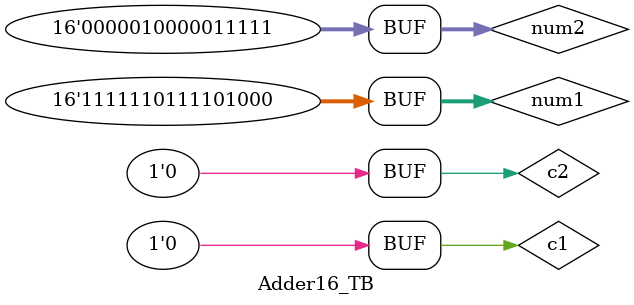
<source format=v>
module Full_Adder(A, B, Cin, S, Cout);
	input  A, B, Cin;
	output S, Cout;
	wire   aOrb, aOrbAndCin, aAndb;
	xor #(3) xor1(S, A, B, Cin);
	or  #(2) or1(aOrb, A, B);
	and #(2) and1(aOrbAndCin, aOrb, Cin);
	and #(2) and2(aAndb, A, B);
	or  #(2) or2(Cout, aOrbAndCin, aAndb);
endmodule

module CarryLookahead_Adder(A, B, Cin, S, Cout);
	input [3:0]A;
	input [3:0]B;
	input Cin;

	output [3:0]S;
	output Cout;

	wire g0,g1,g2,g3;
	wire p0,p1,p2,p3;
	wire c1, c2, c3;
	wire w1, w2, w3, w4;

	and  #(2) p0maker(p0, A[0], B[0]);
	and  #(2) p1maker(p1, A[1], B[1]);
	and  #(2) p2maker(p2, A[2], B[2]);
	and  #(2) p3maker(p3, A[3], B[3]);

	xor  #(2) g0maker(g0, A[0], B[0]);
	xor  #(2) g1maker(g1, A[1], B[1]);
	xor  #(2) g2maker(g2, A[2], B[2]);
	xor  #(2) g3maker(g3, A[3], B[3]);
	
	
	and  #(2) and1(w1, Cin, p0);
	
	and  #(3) and2(w2, Cin, p0, p1);
	and  #(2) and3(w3, g0, p1);
	
	and  #(4) and4(w4, Cin, p0, p1, p2);
	and  #(3) and5(w4, g0, p1, p2);
	and  #(2) and6(w4, g1, p2);

	and  #(5) and7(w4, Cin, p0, p1, p2, p3);
	and  #(4) and8(w4, g0, p1, p2, p3);
	and  #(3) and9(w4, g1, p2, p3);
	and  #(2) and10(w4, g2, p3);

	or   #(2) orc1(c1, g0, w1);
	or   #(2) orc2(c2, g1, w2, w3);
	or   #(2) orc3(c3, g2, w4, w5, w6);
	or   #(2) orc4(Cout, g3, w7, w8, w9, w10);


	xor  #(2) xors0(S[0],p0, c0);
	xor  #(2) xors1(S[1],p1, c1);
	xor  #(2) xors2(S[2],p2, c2);
	xor  #(2) xors3(S[3],p3, c3);
endmodule

module RC_Adder_16bit(A,B,Cin,S,Cout);
	input [15:0]A;
	input [15:0]B;
	input Cin;
	output [15:0]S;
	output Cout;

	wire wc0, wc1, wc2, wc3, wc4, wc5, wc6, wc7, wc8, wc9, wc10, wc11, wc12, wc13, wc14;
	//16-bit adder1 description

	Full_Adder fa0(A[0], B[0], 1'b0, wc0);
	Full_Adder fa1(A[1], B[1], wc0 , wc1);
	Full_Adder fa2(A[2], B[2], wc1 , wc2);
	Full_Adder fa3(A[3], B[3], wc2 , wc3);
	Full_Adder fa4(A[4], B[4], wc3 , wc4);
	Full_Adder fa5(A[5], B[5], wc4 , wc5);
	Full_Adder fa6(A[6], B[6], wc5 , wc6);
	Full_Adder fa7(A[7], B[7], wc6 , wc7);
	Full_Adder fa8(A[8], B[8], wc7 , wc8);
	Full_Adder fa9(A[9], B[9], wc8 , wc9);
	Full_Adder fa10(A[10], B[10], wc9 , wc10);
	Full_Adder fa11(A[11], B[11], wc10, wc11);
	Full_Adder fa12(A[12], B[12], wc11 , wc12);
	Full_Adder fa13(A[13], B[13], wc12 , wc13);
	Full_Adder fa14(A[14], B[14], wc13 , wc14);
	Full_Adder fa15(A[15], B[15], wc14 , Cout);
endmodule

module CL_Adder_16bit(A,B,Cin,S,Cout);
	input [15:0]A;
	input [15:0]B;
	input Cin;
	output [15:0]S;
	output Cout;
	
	//16-bit adder2 description

	wire c1, c2, c3;
	CarryLookahead_Adder cla1(A[3:0], B[3:0], Cin, S[3:0], c1);
	CarryLookahead_Adder cla2(A[7:4], B[7:4], c1, S[7:4], c2);
	CarryLookahead_Adder cla3(A[11:8], B[11:8], c2, S[11:8], c3);
	CarryLookahead_Adder cla4(A[15:12], B[15:12], c3, S[15:12], Cout);
endmodule

module Adder16_TB;
	reg [15:0]num1;
	reg [15:0]num2;

	wire [15:0]sumAdder1;
	wire [15:0]sumAdder2;
	reg c1, c2;
	
	wire cout1, cout2;

	RC_Adder_16bit adder1(num1, num2, c1, sumAdder1, cout1);
	CL_Adder_16bit adder2(num1, num2, c2, sumAdder2, cout2);

	initial
		begin
			#1
			    num1 = 16'b0000000000000000;
			    num2 = 16'b0000000000000000;
			    c1   = 1'b0;
			    c2   = 1'b0;
			#200  
			    num1 = 16'b0010010011010111;
			    num2 = 16'b0000010000011111;
			    c1   = 1'b0;
			    c2   = 1'b0;
			#400
			    num1 = 16'b1111110111101000;
			    num2 = 16'b0000010000011111;
			    c1   = 1'b0;
			    c2   = 1'b0;
		end

	initial
		$monitor("num1 = %b  num2 = %b RC_Result = %b CL_Result = %b time = %0d", num1, num2, {c1,sumAdder1}, {c2,sumAdder2}, $time);

endmodule

</source>
